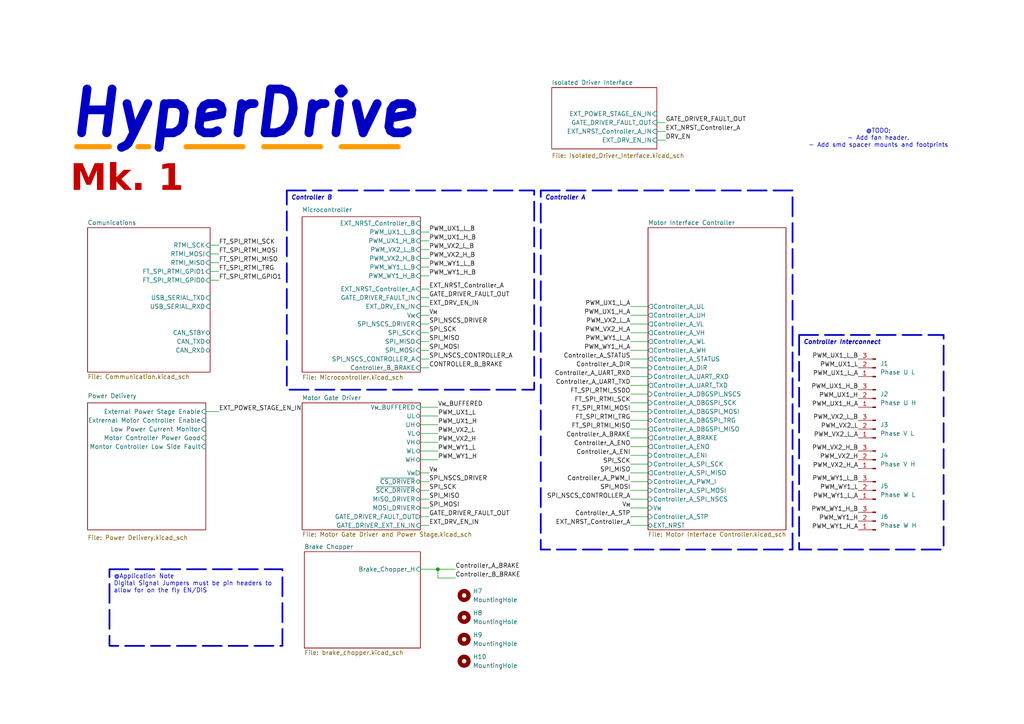
<source format=kicad_sch>
(kicad_sch (version 20231120) (generator "eeschema") (generator_version "8.0")
  (paper "A4")
  (title_block (title "HyperDrive Motor Controller") (date "2024-05-30") (rev "Mk. 1") (company "University of Alberta EcoCar Team"))
  (lib_symbols
    (symbol "Connector:Conn_01x03_Pin" (pin_names (offset 1.016) hide)
      (property "Reference" "J" (at 0 5.08 0))
      (property "Value" "Conn_01x03_Pin" (at 0 -5.08 0))
      (symbol "Conn_01x03_Pin_1_1"
        (polyline (pts (xy 1.27 -2.54) (xy 0.8636 -2.54)) (stroke (width 0.1524)))
        (polyline (pts (xy 1.27 0) (xy 0.8636 0)) (stroke (width 0.1524)))
        (polyline (pts (xy 1.27 2.54) (xy 0.8636 2.54)) (stroke (width 0.1524)))
        (rectangle (start 0.8636 -2.413) (end 0 -2.667) (stroke (width 0.1524)) (fill (type outline)))
        (rectangle (start 0.8636 0.127) (end 0 -0.127) (stroke (width 0.1524)) (fill (type outline)))
        (rectangle (start 0.8636 2.667) (end 0 2.413) (stroke (width 0.1524)) (fill (type outline)))
        (pin passive line (at 5.08 2.54 180) (length 3.81) (name "Pin_1") (number "1"))
        (pin passive line (at 5.08 0 180) (length 3.81) (name "Pin_2") (number "2"))
        (pin passive line (at 5.08 -2.54 180) (length 3.81) (name "Pin_3") (number "3"))
      )
    )
    (symbol "Mechanical:MountingHole" (pin_names (offset 1.016)) (exclude_from_sim yes) (in_bom no)
      (property "Reference" "H" (at 0 5.08 0))
      (property "Value" "MountingHole" (at 0 3.175 0))
      (symbol "MountingHole_0_1"
        (circle (center 0 0) (radius 1.27) (stroke (width 1.27)))
      )
    )
  )
  (junction (at 127 165.1))
  (wire (pts (xy 127 165.1) (xy 127 167.64)))
  (wire (pts (xy 182.88 99.06) (xy 187.96 99.06)))
  (wire (pts (xy 182.88 124.46) (xy 187.96 124.46)))
  (wire (pts (xy 182.88 142.24) (xy 187.96 142.24)))
  (wire (pts (xy 121.92 86.36) (xy 124.46 86.36)))
  (wire (pts (xy 121.92 77.47) (xy 124.46 77.47)))
  (wire (pts (xy 182.88 147.32) (xy 187.96 147.32)))
  (wire (pts (xy 121.92 149.86) (xy 124.46 149.86)))
  (wire (pts (xy 182.88 149.86) (xy 187.96 149.86)))
  (wire (pts (xy 182.88 119.38) (xy 187.96 119.38)))
  (wire (pts (xy 182.88 139.7) (xy 187.96 139.7)))
  (wire (pts (xy 121.92 120.65) (xy 127 120.65)))
  (wire (pts (xy 121.92 147.32) (xy 124.46 147.32)))
  (wire (pts (xy 182.88 88.9) (xy 187.96 88.9)))
  (wire (pts (xy 182.88 91.44) (xy 187.96 91.44)))
  (wire (pts (xy 182.88 152.4) (xy 187.96 152.4)))
  (wire (pts (xy 121.92 142.24) (xy 124.46 142.24)))
  (wire (pts (xy 121.92 80.01) (xy 124.46 80.01)))
  (wire (pts (xy 121.92 128.27) (xy 127 128.27)))
  (wire (pts (xy 193.04 38.1) (xy 190.5 38.1)))
  (wire (pts (xy 182.88 129.54) (xy 187.96 129.54)))
  (wire (pts (xy 121.92 152.4) (xy 124.46 152.4)))
  (wire (pts (xy 121.92 118.11) (xy 127 118.11)))
  (wire (pts (xy 121.92 104.14) (xy 124.46 104.14)))
  (wire (pts (xy 182.88 137.16) (xy 187.96 137.16)))
  (wire (pts (xy 182.88 96.52) (xy 187.96 96.52)))
  (wire (pts (xy 121.92 99.06) (xy 124.46 99.06)))
  (wire (pts (xy 121.92 83.82) (xy 124.46 83.82)))
  (wire (pts (xy 182.88 114.3) (xy 187.96 114.3)))
  (wire (pts (xy 121.92 96.52) (xy 124.46 96.52)))
  (wire (pts (xy 121.92 93.98) (xy 124.46 93.98)))
  (wire (pts (xy 121.92 67.31) (xy 124.46 67.31)))
  (wire (pts (xy 124.46 106.68) (xy 121.92 106.68)))
  (wire (pts (xy 60.96 73.66) (xy 63.5 73.66)))
  (wire (pts (xy 182.88 111.76) (xy 187.96 111.76)))
  (wire (pts (xy 182.88 109.22) (xy 187.96 109.22)))
  (wire (pts (xy 132.08 167.64) (xy 127 167.64)))
  (wire (pts (xy 182.88 101.6) (xy 187.96 101.6)))
  (polyline (pts (xy 53.975 42.545) (xy 119.38 42.545)) (stroke (width 1.5) (type dash) (color 255 153 0 1)))
  (wire (pts (xy 193.04 35.56) (xy 190.5 35.56)))
  (wire (pts (xy 121.92 101.6) (xy 124.46 101.6)))
  (wire (pts (xy 121.92 144.78) (xy 124.46 144.78)))
  (wire (pts (xy 121.92 91.44) (xy 124.46 91.44)))
  (wire (pts (xy 63.5 119.38) (xy 59.69 119.38)))
  (wire (pts (xy 182.88 127) (xy 187.96 127)))
  (wire (pts (xy 121.92 139.7) (xy 124.46 139.7)))
  (polyline (pts (xy 40.005 42.545) (xy 43.18 42.545)) (stroke (width 1.5) (type dash_dot_dot) (color 255 153 0 1)))
  (wire (pts (xy 121.92 72.39) (xy 124.46 72.39)))
  (wire (pts (xy 121.92 88.9) (xy 124.46 88.9)))
  (wire (pts (xy 121.92 123.19) (xy 127 123.19)))
  (wire (pts (xy 182.88 116.84) (xy 187.96 116.84)))
  (wire (pts (xy 182.88 106.68) (xy 187.96 106.68)))
  (wire (pts (xy 193.04 40.64) (xy 190.5 40.64)))
  (wire (pts (xy 182.88 132.08) (xy 187.96 132.08)))
  (wire (pts (xy 60.96 78.74) (xy 63.5 78.74)))
  (wire (pts (xy 121.92 74.93) (xy 124.46 74.93)))
  (wire (pts (xy 60.96 76.2) (xy 63.5 76.2)))
  (wire (pts (xy 182.88 93.98) (xy 187.96 93.98)))
  (wire (pts (xy 182.88 144.78) (xy 187.96 144.78)))
  (wire (pts (xy 121.92 165.1) (xy 127 165.1)))
  (wire (pts (xy 182.88 104.14) (xy 187.96 104.14)))
  (wire (pts (xy 121.92 125.73) (xy 127 125.73)))
  (wire (pts (xy 121.92 137.16) (xy 124.46 137.16)))
  (wire (pts (xy 127 165.1) (xy 132.08 165.1)))
  (wire (pts (xy 60.96 81.28) (xy 63.5 81.28)))
  (wire (pts (xy 121.92 130.81) (xy 127 130.81)))
  (wire (pts (xy 182.88 121.92) (xy 187.96 121.92)))
  (wire (pts (xy 121.92 133.35) (xy 127 133.35)))
  (polyline (pts (xy 22.225 42.545) (xy 31.75 42.545)) (stroke (width 1.5) (type dash_dot_dot) (color 255 153 0 1)))
  (wire (pts (xy 182.88 134.62) (xy 187.96 134.62)))
  (wire (pts (xy 121.92 69.85) (xy 124.46 69.85)))
  (wire (pts (xy 60.96 71.12) (xy 63.5 71.12)))
  (text_box "Controller B" (at 83.185 55.245 0) (size 71.755 57.785) (stroke (width 0.5) (type dash)) (effects (font (size 1.27 1.27) (thickness 0.254) (bold yes) (italic yes)) (justify left top)))
  (text_box "Controller A" (at 156.845 55.245 0) (size 73.025 104.14) (stroke (width 0.5) (type dash)) (effects (font (size 1.27 1.27) (thickness 0.254) (bold yes) (italic yes)) (justify left top)))
  (text_box "@Application Note\nDigital Signal Jumpers must be pin headers to allow for on the fly EN/DIS" (at 31.75 165.1 0) (size 50.165 22.225) (stroke (width 0.5) (type dash)) (effects (font (size 1.27 1.27)) (justify left top)))
  (text_box "Controller Interconnect" (at 231.775 97.155 0) (size 41.91 62.23) (stroke (width 0.5) (type dash)) (effects (font (size 1.27 1.27) (thickness 0.254) (bold yes) (italic yes)) (justify left top)))
  (text "HyperDrive" (at 19.05 33.02 0) (effects (font (size 12.7 12.7) (thickness 2.54) (bold yes) (italic yes)) (justify left)))
  (text "@TODO:\n- Add fan header.\n- Add smd spacer mounts and footprints" (at 254.762 40.132 0) (effects (font (size 1.27 1.27))))
  (text "Mk. 1" (at 36.83 54.102 0) (effects (font (size 7.62 7.62) (bold yes) (italic yes))))
  (label "PWM_WY1_L" (at 127 130.81 0))
  (label "FT_SPI_RTMI_TRG" (at 182.88 121.92 180))
  (label "SPI_MISO" (at 124.46 99.06 0))
  (label "Controller_A_ENO" (at 182.88 129.54 180))
  (label "DRV_EN" (at 193.04 40.64 0))
  (label "V_{M}" (at 124.46 137.16 0))
  (label "PWM_UX1_H_A" (at 248.92 118.11 180))
  (label "PWM_VX2_H_B" (at 248.92 130.81 180))
  (label "Controller_A_DIR" (at 182.88 106.68 180))
  (label "FT_SPI_RTMI_MOSI" (at 63.5 73.66 0))
  (label "Controller_A_STATUS" (at 182.88 104.14 180))
  (label "SPI_SCK" (at 182.88 134.62 180))
  (label "PWM_VX2_L_A" (at 182.88 93.98 180))
  (label "FT_SPI_RTMI_TRG" (at 63.5 78.74 0))
  (label "EXT_NRST_Controller_A" (at 193.04 38.1 0))
  (label "FT_SPI_RTMI_MISO" (at 182.88 124.46 180))
  (label "Controller_B_BRAKE" (at 132.08 167.64 0))
  (label "PWM_UX1_L" (at 248.92 106.68 180))
  (label "PWM_WY1_H_B" (at 124.46 80.01 0))
  (label "PWM_VX2_H_A" (at 182.88 96.52 180))
  (label "GATE_DRIVER_FAULT_OUT" (at 124.46 86.36 0))
  (label "FT_SPI_RTMI_SCK" (at 63.5 71.12 0))
  (label "SPI_MOSI" (at 124.46 147.32 0))
  (label "PWM_VX2_H" (at 248.92 133.35 180))
  (label "PWM_WY1_L" (at 248.92 142.24 180))
  (label "FT_SPI_RTMI_SCK" (at 182.88 116.84 180))
  (label "Controller_A_BRAKE" (at 132.08 165.1 0))
  (label "GATE_DRIVER_FAULT_OUT" (at 193.04 35.56 0))
  (label "SPI_NSCS_DRIVER" (at 124.46 139.7 0))
  (label "EXT_NRST_Controller_A" (at 182.88 152.4 180))
  (label "PWM_VX2_L" (at 127 125.73 0))
  (label "PWM_WY1_H_B" (at 248.92 148.59 180))
  (label "Controller_A_UART_RXD" (at 182.88 109.22 180))
  (label "PWM_UX1_H_A" (at 182.88 91.44 180))
  (label "Controller_A_UART_TXD" (at 182.88 111.76 180))
  (label "PWM_VX2_L_B" (at 124.46 72.39 0))
  (label "PWM_VX2_L_A" (at 248.92 127 180))
  (label "SPI_NSCS_CONTROLLER_A" (at 182.88 144.78 180))
  (label "SPI_MOSI" (at 124.46 101.6 0))
  (label "PWM_VX2_H_A" (at 248.92 135.89 180))
  (label "FT_SPI_RTMI_MISO" (at 63.5 76.2 0))
  (label "SPI_MISO" (at 124.46 144.78 0))
  (label "PWM_WY1_L_A" (at 248.92 144.78 180))
  (label "V_{M}_BUFFERED" (at 127 118.11 0))
  (label "Controller_A_STP" (at 182.88 149.86 180))
  (label "PWM_WY1_L_B" (at 124.46 77.47 0))
  (label "SPI_MOSI" (at 182.88 142.24 180))
  (label "CONTROLLER_B_BRAKE" (at 124.46 106.68 0))
  (label "Controller_A_ENI" (at 182.88 132.08 180))
  (label "EXT_DRV_EN_IN" (at 124.46 88.9 0))
  (label "PWM_UX1_L_B" (at 248.92 104.14 180))
  (label "V_{M}" (at 124.46 91.44 0))
  (label "Controller_A_PWM_I" (at 182.88 139.7 180))
  (label "PWM_WY1_L_A" (at 182.88 99.06 180))
  (label "SPI_NSCS_DRIVER" (at 124.46 93.98 0))
  (label "EXT_NRST_Controller_A" (at 124.46 83.82 0))
  (label "PWM_VX2_L" (at 248.92 124.46 180))
  (label "GATE_DRIVER_FAULT_OUT" (at 124.46 149.86 0))
  (label "FT_SPI_RTMI_GPIO1" (at 63.5 81.28 0))
  (label "PWM_UX1_L_A" (at 182.88 88.9 180))
  (label "PWM_UX1_H_B" (at 248.92 113.03 180))
  (label "SPI_MISO" (at 182.88 137.16 180))
  (label "EXT_DRV_EN_IN" (at 124.46 152.4 0))
  (label "Controller_A_BRAKE" (at 182.88 127 180))
  (label "FT_SPI_RTMI_MOSI" (at 182.88 119.38 180))
  (label "PWM_WY1_H_A" (at 248.92 153.67 180))
  (label "PWM_UX1_H" (at 127 123.19 0))
  (label "SPI_SCK" (at 124.46 142.24 0))
  (label "PWM_VX2_H_B" (at 124.46 74.93 0))
  (label "SPI_NSCS_CONTROLLER_A" (at 124.46 104.14 0))
  (label "PWM_UX1_H" (at 248.92 115.57 180))
  (label "PWM_WY1_L_B" (at 248.92 139.7 180))
  (label "PWM_UX1_H_B" (at 124.46 69.85 0))
  (label "EXT_POWER_STAGE_EN_IN" (at 63.5 119.38 0))
  (label "PWM_VX2_L_B" (at 248.92 121.92 180))
  (label "PWM_UX1_L_A" (at 248.92 109.22 180))
  (label "PWM_UX1_L" (at 127 120.65 0))
  (label "PWM_WY1_H_A" (at 182.88 101.6 180))
  (label "PWM_WY1_H" (at 127 133.35 0))
  (label "PWM_UX1_L_B" (at 124.46 67.31 0))
  (label "SPI_SCK" (at 124.46 96.52 0))
  (label "V_{M}" (at 182.88 147.32 180))
  (label "PWM_VX2_H" (at 127 128.27 0))
  (label "PWM_WY1_H" (at 248.92 151.13 180))
  (label "FT_SPI_RTMI_SS0O" (at 182.88 114.3 180))
  (symbol (lib_id "Mechanical:MountingHole") (at 134.62 179.07 0) (unit 1) (exclude_from_sim yes) (in_bom no)
    (property "Reference" "H8" (at 137.16 177.7999 0) (effects (justify left)))
    (property "Value" "MountingHole" (at 137.16 180.3399 0) (effects (justify left)))
    (property "Footprint" "MountingHole:MountingHole_3.5mm_Pad_Via" (effects (hide yes)))
    (property "Description" "Mounting Hole without connection" (effects (hide yes)))
  )
  (symbol (lib_id "Connector:Conn_01x03_Pin") (at 254 133.35 180) (unit 1)
    (property "Reference" "J4" (at 255.27 132.0799 0) (effects (justify right)))
    (property "Value" "Phase V H" (at 255.27 134.6199 0) (effects (justify right)))
    (property "Footprint" "Connector_PinHeader_2.54mm:PinHeader_1x03_P2.54mm_Vertical" (effects (hide yes)))
    (property "Description" "Generic connector, single row, 01x03, script generated" (effects (hide yes)))
  )
  (symbol (lib_id "Mechanical:MountingHole") (at 134.62 191.77 0) (unit 1) (exclude_from_sim yes) (in_bom no)
    (property "Reference" "H10" (at 137.16 190.4999 0) (effects (justify left)))
    (property "Value" "MountingHole" (at 137.16 193.0399 0) (effects (justify left)))
    (property "Footprint" "MountingHole:MountingHole_3.5mm_Pad_Via" (effects (hide yes)))
    (property "Description" "Mounting Hole without connection" (effects (hide yes)))
  )
  (symbol (lib_id "Connector:Conn_01x03_Pin") (at 254 142.24 180) (unit 1)
    (property "Reference" "J5" (at 255.27 140.9699 0) (effects (justify right)))
    (property "Value" "Phase W L" (at 255.27 143.5099 0) (effects (justify right)))
    (property "Footprint" "Connector_PinHeader_2.54mm:PinHeader_1x03_P2.54mm_Vertical" (effects (hide yes)))
    (property "Description" "Generic connector, single row, 01x03, script generated" (effects (hide yes)))
  )
  (symbol (lib_id "Connector:Conn_01x03_Pin") (at 254 115.57 180) (unit 1)
    (property "Reference" "J2" (at 255.27 114.2999 0) (effects (justify right)))
    (property "Value" "Phase U H" (at 255.27 116.8399 0) (effects (justify right)))
    (property "Footprint" "Connector_PinHeader_2.54mm:PinHeader_1x03_P2.54mm_Vertical" (effects (hide yes)))
    (property "Description" "Generic connector, single row, 01x03, script generated" (effects (hide yes)))
  )
  (symbol (lib_id "Connector:Conn_01x03_Pin") (at 254 151.13 180) (unit 1)
    (property "Reference" "J6" (at 255.27 149.8599 0) (effects (justify right)))
    (property "Value" "Phase W H" (at 255.27 152.3999 0) (effects (justify right)))
    (property "Footprint" "Connector_PinHeader_2.54mm:PinHeader_1x03_P2.54mm_Vertical" (effects (hide yes)))
    (property "Description" "Generic connector, single row, 01x03, script generated" (effects (hide yes)))
  )
  (symbol (lib_id "Mechanical:MountingHole") (at 134.62 172.72 0) (unit 1) (exclude_from_sim yes) (in_bom no)
    (property "Reference" "H7" (at 137.16 171.4499 0) (effects (justify left)))
    (property "Value" "MountingHole" (at 137.16 173.9899 0) (effects (justify left)))
    (property "Footprint" "MountingHole:MountingHole_3.5mm_Pad_Via" (effects (hide yes)))
    (property "Description" "Mounting Hole without connection" (effects (hide yes)))
  )
  (symbol (lib_id "Connector:Conn_01x03_Pin") (at 254 124.46 180) (unit 1)
    (property "Reference" "J3" (at 255.27 123.1899 0) (effects (justify right)))
    (property "Value" "Phase V L" (at 255.27 125.7299 0) (effects (justify right)))
    (property "Footprint" "Connector_PinHeader_2.54mm:PinHeader_1x03_P2.54mm_Vertical" (effects (hide yes)))
    (property "Description" "Generic connector, single row, 01x03, script generated" (effects (hide yes)))
  )
  (symbol (lib_id "Connector:Conn_01x03_Pin") (at 254 106.68 180) (unit 1)
    (property "Reference" "J1" (at 255.27 105.4099 0) (effects (justify right)))
    (property "Value" "Phase U L" (at 255.27 107.9499 0) (effects (justify right)))
    (property "Footprint" "Connector_PinHeader_2.54mm:PinHeader_1x03_P2.54mm_Vertical" (effects (hide yes)))
    (property "Description" "Generic connector, single row, 01x03, script generated" (effects (hide yes)))
  )
  (symbol (lib_id "Mechanical:MountingHole") (at 134.62 185.42 0) (unit 1) (exclude_from_sim yes) (in_bom no)
    (property "Reference" "H9" (at 137.16 184.1499 0) (effects (justify left)))
    (property "Value" "MountingHole" (at 137.16 186.6899 0) (effects (justify left)))
    (property "Footprint" "MountingHole:MountingHole_3.5mm_Pad_Via" (effects (hide yes)))
    (property "Description" "Mounting Hole without connection" (effects (hide yes)))
  )
  (sheet (at 187.96 66.04) (size 40.005 87.63) (stroke (width 0.1524))
    (property "Sheetname" "Motor Interface Controller" (at 187.96 65.3284 0) (effects (justify left bottom)))
    (property "Sheetfile" "Motor Interface Controller.kicad_sch" (at 187.96 154.2546 0) (effects (justify left top)))
    (pin "Controller_A_UL" output (at 187.96 88.9 180))
    (pin "Controller_A_UH" output (at 187.96 91.44 180))
    (pin "Controller_A_VL" output (at 187.96 93.98 180))
    (pin "Controller_A_VH" output (at 187.96 96.52 180))
    (pin "Controller_A_WH" output (at 187.96 101.6 180))
    (pin "Controller_A_WL" output (at 187.96 99.06 180))
    (pin "Controller_A_STATUS" output (at 187.96 104.14 180))
    (pin "Controller_A_DIR" input (at 187.96 106.68 180))
    (pin "Controller_A_UART_RXD" input (at 187.96 109.22 180))
    (pin "Controller_A_DBGSPI_NSCS" input (at 187.96 114.3 180))
    (pin "Controller_A_UART_TXD" output (at 187.96 111.76 180))
    (pin "Controller_A_DBGSPI_SCK" input (at 187.96 116.84 180))
    (pin "Controller_A_DBGSPI_MOSI" input (at 187.96 119.38 180))
    (pin "Controller_A_DBGSPI_TRG" bidirectional (at 187.96 121.92 180))
    (pin "Controller_A_DBGSPI_MISO" output (at 187.96 124.46 180))
    (pin "Controller_A_BRAKE" output (at 187.96 127 180))
    (pin "Controller_A_ENO" output (at 187.96 129.54 180))
    (pin "Controller_A_ENI" input (at 187.96 132.08 180))
    (pin "Controller_A_PWM_I" input (at 187.96 139.7 180))
    (pin "Controller_A_SPI_SCK" input (at 187.96 134.62 180))
    (pin "Controller_A_SPI_MISO" output (at 187.96 137.16 180))
    (pin "Controller_A_SPI_MOSI" input (at 187.96 142.24 180))
    (pin "Controller_A_SPI_NSCS" input (at 187.96 144.78 180))
    (pin "V_{M}" input (at 187.96 147.32 180))
    (pin "Controller_A_STP" input (at 187.96 149.86 180))
    (pin "EXT_NRST" bidirectional (at 187.96 152.4 180))
  )
  (sheet (at 25.4 116.84) (size 34.29 36.83) (stroke (width 0.1524))
    (property "Sheetname" "Power Delivery" (at 25.4 115.57 0) (effects (justify left bottom)))
    (property "Sheetfile" "Power Delivery.kicad_sch" (at 25.4 155.194 0) (effects (justify left top)))
    (pin "Extrernal Motor Controller Enable" input (at 59.69 121.92 0))
    (pin "Low Power Current Monitor" input (at 59.69 124.46 0))
    (pin "Motor Controller Power Good" input (at 59.69 127 0))
    (pin "Montor Controller Low Side Fault" input (at 59.69 129.54 0))
    (pin "External Power Stage Enable" input (at 59.69 119.38 0))
  )
  (sheet (at 160.02 25.4) (size 30.48 17.78) (stroke (width 0.1524))
    (property "Sheetname" "Isolated Driver Interface" (at 160.02 24.6884 0) (effects (justify left bottom)))
    (property "Sheetfile" "Isolated_Driver_Interface.kicad_sch" (at 160.02 44.3996 0) (effects (justify left top)))
    (pin "EXT_NRST_Controller_A_IN" input (at 190.5 38.1 0))
    (pin "EXT_DRV_EN_IN" input (at 190.5 40.64 0))
    (pin "EXT_POWER_STAGE_EN_IN" input (at 190.5 33.02 0))
    (pin "GATE_DRIVER_FAULT_OUT" input (at 190.5 35.56 0))
  )
  (sheet (at 87.63 62.865) (size 34.29 45.085) (stroke (width 0.1524))
    (property "Sheetname" "Microcontroller" (at 87.63 61.595 0) (effects (justify left bottom)))
    (property "Sheetfile" "Microcontroller.kicad_sch" (at 87.63 108.712 0) (effects (justify left top)))
    (pin "SPI_SCK" input (at 121.92 96.52 0))
    (pin "SPI_MOSI" input (at 121.92 101.6 0))
    (pin "SPI_MISO" input (at 121.92 99.06 0))
    (pin "V_{M}" input (at 121.92 91.44 0))
    (pin "SPI_NSCS_DRIVER" input (at 121.92 93.98 0))
    (pin "PWM_WY1_H_B" input (at 121.92 80.01 0))
    (pin "PWM_UX1_H_B" input (at 121.92 69.85 0))
    (pin "PWM_WY1_L_B" input (at 121.92 77.47 0))
    (pin "PWM_VX2_L_B" input (at 121.92 72.39 0))
    (pin "PWM_UX1_L_B" input (at 121.92 67.31 0))
    (pin "EXT_NRST_Controller_A" input (at 121.92 83.82 0))
    (pin "PWM_VX2_H_B" input (at 121.92 74.93 0))
    (pin "Controller_B_BRAKE" input (at 121.92 106.68 0))
    (pin "EXT_NRST_Controller_B" input (at 121.92 64.77 0))
    (pin "SPI_NSCS_CONTROLLER_A" input (at 121.92 104.14 0))
    (pin "EXT_DRV_EN_IN" input (at 121.92 88.9 0))
    (pin "GATE_DRIVER_FAULT_IN" input (at 121.92 86.36 0))
  )
  (sheet (at 87.63 116.84) (size 34.29 36.83) (stroke (width 0.1524))
    (property "Sheetname" "Motor Gate Driver" (at 87.63 116.1284 0) (effects (justify left bottom)))
    (property "Sheetfile" "Motor Gate Driver and Power Stage.kicad_sch" (at 87.63 154.2546 0) (effects (justify left top)))
    (pin "WL" bidirectional (at 121.92 130.81 0))
    (pin "~{CS_DRIVER}" bidirectional (at 121.92 139.7 0))
    (pin "~{SCK_DRIVER}" bidirectional (at 121.92 142.24 0))
    (pin "MISO_DRIVER" bidirectional (at 121.92 144.78 0))
    (pin "MOSI_DRIVER" bidirectional (at 121.92 147.32 0))
    (pin "VH" bidirectional (at 121.92 128.27 0))
    (pin "UH" bidirectional (at 121.92 123.19 0))
    (pin "VL" bidirectional (at 121.92 125.73 0))
    (pin "UL" bidirectional (at 121.92 120.65 0))
    (pin "WH" bidirectional (at 121.92 133.35 0))
    (pin "V_{M}" output (at 121.92 137.16 0))
    (pin "V_{M}_BUFFERED" input (at 121.92 118.11 0))
    (pin "GATE_DRIVER_FAULT_OUT" output (at 121.92 149.86 0))
    (pin "GATE_DRIVER_EXT_EN_IN" input (at 121.92 152.4 0))
  )
  (sheet (at 25.4 66.04) (size 35.56 41.91) (stroke (width 0.1524))
    (property "Sheetname" "Comunications" (at 25.4 65.3284 0) (effects (justify left bottom)))
    (property "Sheetfile" "Communication.kicad_sch" (at 25.4 108.5346 0) (effects (justify left top)))
    (pin "RTMI_SCK" input (at 60.96 71.12 0))
    (pin "RTMI_MOSI" input (at 60.96 73.66 0))
    (pin "RTMI_MISO" input (at 60.96 76.2 0))
    (pin "CAN_STBY" bidirectional (at 60.96 96.52 0))
    (pin "CAN_TXD" bidirectional (at 60.96 99.06 0))
    (pin "CAN_RXD" bidirectional (at 60.96 101.6 0))
    (pin "FT_SPI_RTMI_GPIO1" input (at 60.96 78.74 0))
    (pin "FT_SPI_RTMI_GPIO0" input (at 60.96 81.28 0))
    (pin "USB_SERIAL_TXD" input (at 60.96 86.36 0))
    (pin "USB_SERIAL_RXD" input (at 60.96 88.9 0))
  )
  (sheet (at 88.265 160.02) (size 33.655 27.94) (stroke (width 0.1524))
    (property "Sheetname" "Brake Chopper" (at 88.265 159.3084 0) (effects (justify left bottom)))
    (property "Sheetfile" "brake_chopper.kicad_sch" (at 88.265 188.5446 0) (effects (justify left top)))
    (pin "Brake_Chopper_H" input (at 121.92 165.1 0))
  )
)
</source>
